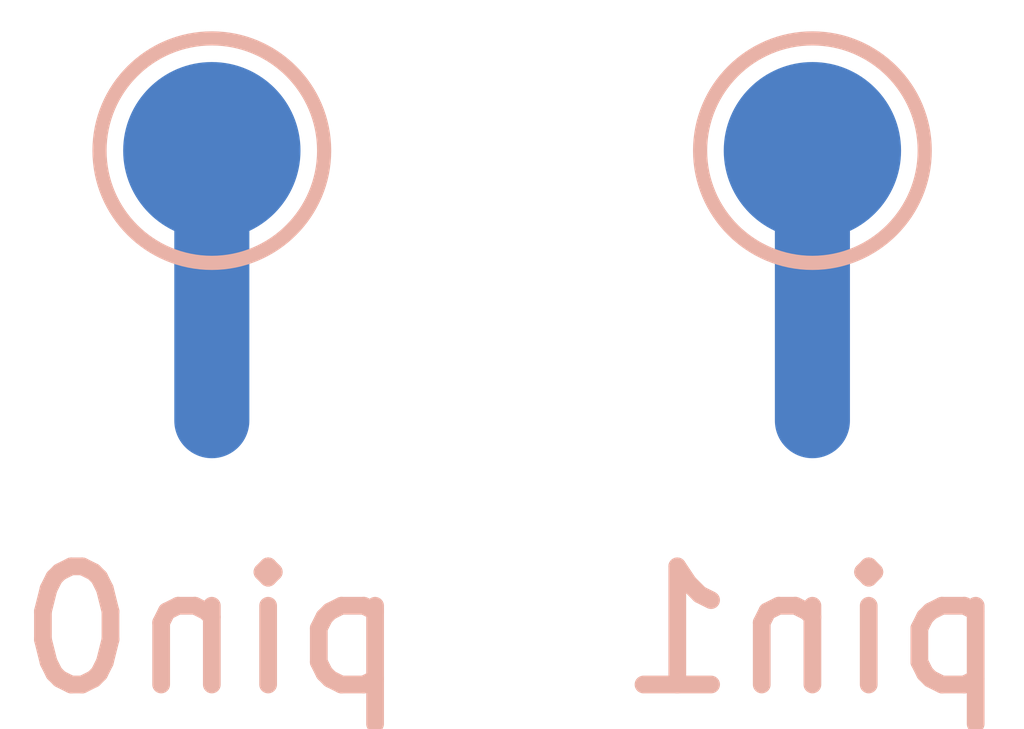
<source format=kicad_pcb>
(kicad_pcb (version 20171130) (host pcbnew "(5.1.9-0-10_14)")

  (general
    (thickness 1.6)
    (drawings 2)
    (tracks 2)
    (zones 0)
    (modules 2)
    (nets 3)
  )

  (page A4)
  (layers
    (0 F.Cu signal)
    (31 B.Cu signal)
    (32 B.Adhes user)
    (33 F.Adhes user)
    (34 B.Paste user)
    (35 F.Paste user)
    (36 B.SilkS user)
    (37 F.SilkS user)
    (38 B.Mask user)
    (39 F.Mask user)
    (40 Dwgs.User user)
    (41 Cmts.User user)
    (42 Eco1.User user)
    (43 Eco2.User user)
    (44 Edge.Cuts user)
    (45 Margin user)
    (46 B.CrtYd user hide)
    (47 F.CrtYd user hide)
    (48 B.Fab user hide)
    (49 F.Fab user hide)
  )

  (setup
    (last_trace_width 0.1524)
    (user_trace_width 0.1524)
    (user_trace_width 0.254)
    (user_trace_width 0.4064)
    (user_trace_width 0.635)
    (trace_clearance 0.1524)
    (zone_clearance 0.508)
    (zone_45_only no)
    (trace_min 0.1524)
    (via_size 0.6858)
    (via_drill 0.3048)
    (via_min_size 0.6858)
    (via_min_drill 0.3048)
    (uvia_size 0.3048)
    (uvia_drill 0.1524)
    (uvias_allowed no)
    (uvia_min_size 0.2)
    (uvia_min_drill 0.1)
    (edge_width 0.15)
    (segment_width 0.15)
    (pcb_text_width 0.3)
    (pcb_text_size 1.5 1.5)
    (mod_edge_width 0.15)
    (mod_text_size 1 1)
    (mod_text_width 0.15)
    (pad_size 1.8 1.8)
    (pad_drill 0.9)
    (pad_to_mask_clearance 0.2)
    (aux_axis_origin 0 0)
    (visible_elements FFFFFF7F)
    (pcbplotparams
      (layerselection 0x010fc_ffffffff)
      (usegerberextensions false)
      (usegerberattributes false)
      (usegerberadvancedattributes false)
      (creategerberjobfile false)
      (excludeedgelayer true)
      (linewidth 0.100000)
      (plotframeref false)
      (viasonmask false)
      (mode 1)
      (useauxorigin false)
      (hpglpennumber 1)
      (hpglpenspeed 20)
      (hpglpendiameter 15.000000)
      (psnegative false)
      (psa4output false)
      (plotreference true)
      (plotvalue true)
      (plotinvisibletext false)
      (padsonsilk false)
      (subtractmaskfromsilk false)
      (outputformat 1)
      (mirror false)
      (drillshape 1)
      (scaleselection 1)
      (outputdirectory ""))
  )

  (net 0 "")
  (net 1 "Net-(Pin0-Pad1)")
  (net 2 "Net-(Pin1-Pad1)")

  (net_class Default "This is the default net class."
    (clearance 0.1524)
    (trace_width 0.1524)
    (via_dia 0.6858)
    (via_drill 0.3048)
    (uvia_dia 0.3048)
    (uvia_drill 0.1524)
    (diff_pair_width 0.1524)
    (diff_pair_gap 0.1524)
    (add_net "Net-(Pin0-Pad1)")
    (add_net "Net-(Pin1-Pad1)")
  )

  (module TestPoint:TestPoint_Pad_D1.5mm (layer B.Cu) (tedit 5A0F774F) (tstamp 60B93C0D)
    (at -2.54 -2.286)
    (descr "SMD pad as test Point, diameter 1.5mm")
    (tags "test point SMD pad")
    (path /60B93D2A)
    (attr virtual)
    (fp_text reference Pin0 (at 0 1.648) (layer B.SilkS) hide
      (effects (font (size 1 1) (thickness 0.15)) (justify mirror))
    )
    (fp_text value TestPoint (at 0 -1.75) (layer B.Fab)
      (effects (font (size 1 1) (thickness 0.15)) (justify mirror))
    )
    (fp_circle (center 0 0) (end 1.25 0) (layer B.CrtYd) (width 0.05))
    (fp_circle (center 0 0) (end 0 -0.95) (layer B.SilkS) (width 0.12))
    (fp_text user %R (at 0 1.65) (layer B.Fab)
      (effects (font (size 1 1) (thickness 0.15)) (justify mirror))
    )
    (pad 1 smd circle (at 0 0) (size 1.5 1.5) (layers B.Cu B.Mask)
      (net 1 "Net-(Pin0-Pad1)"))
  )

  (module TestPoint:TestPoint_Pad_D1.5mm (layer B.Cu) (tedit 5A0F774F) (tstamp 60B93CD4)
    (at 2.54 -2.286)
    (descr "SMD pad as test Point, diameter 1.5mm")
    (tags "test point SMD pad")
    (path /60B94B75)
    (attr virtual)
    (fp_text reference Pin1 (at 0 1.648) (layer B.SilkS) hide
      (effects (font (size 1 1) (thickness 0.15)) (justify mirror))
    )
    (fp_text value TestPoint (at 0 -1.75) (layer B.Fab)
      (effects (font (size 1 1) (thickness 0.15)) (justify mirror))
    )
    (fp_circle (center 0 0) (end 0 -0.95) (layer B.SilkS) (width 0.12))
    (fp_circle (center 0 0) (end 1.25 0) (layer B.CrtYd) (width 0.05))
    (fp_text user %R (at 0 1.65) (layer B.Fab)
      (effects (font (size 1 1) (thickness 0.15)) (justify mirror))
    )
    (pad 1 smd circle (at 0 0) (size 1.5 1.5) (layers B.Cu B.Mask)
      (net 2 "Net-(Pin1-Pad1)"))
  )

  (gr_text pin1 (at 2.54 1.778) (layer B.SilkS) (tstamp 608ACFE3)
    (effects (font (size 1 1) (thickness 0.15)) (justify mirror))
  )
  (gr_text pin0 (at -2.54 1.778) (layer B.SilkS)
    (effects (font (size 1 1) (thickness 0.15)) (justify mirror))
  )

  (segment (start -2.54 0) (end -2.54 -2.286) (width 0.635) (layer B.Cu) (net 1))
  (segment (start 2.54 0) (end 2.54 -2.286) (width 0.635) (layer B.Cu) (net 2))

)

</source>
